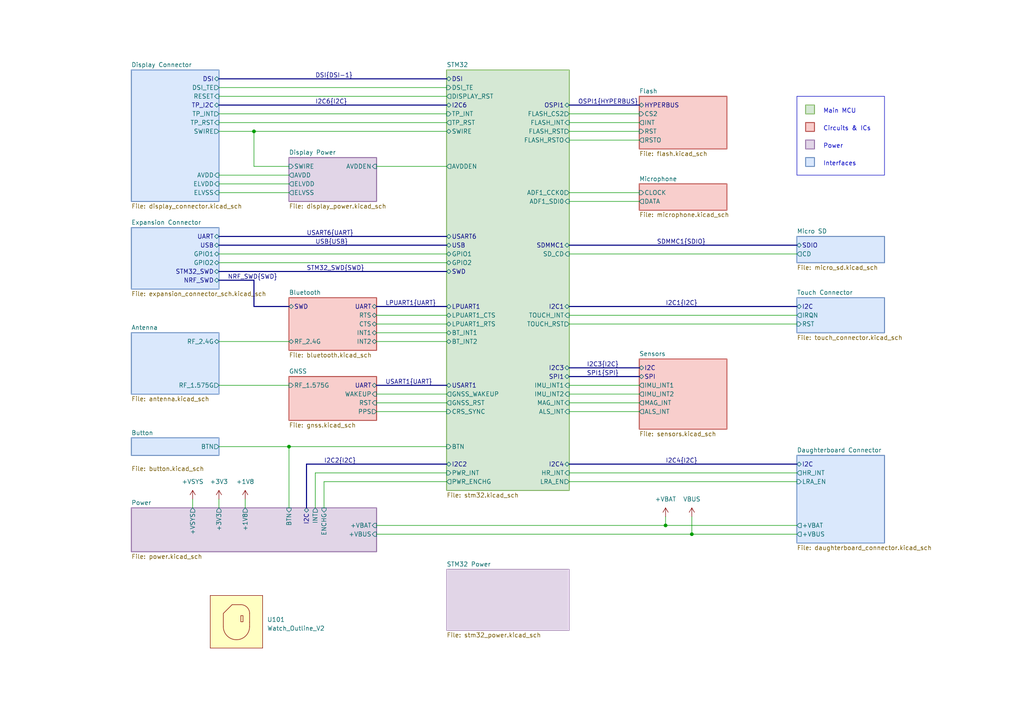
<source format=kicad_sch>
(kicad_sch (version 20230121) (generator eeschema)
  (paper "A4")
  (title_block (title "Watch Main Board") (rev "2"))
  (lib_symbols
    (symbol "power:+1V8" (power) (pin_names (offset 0))
      (property "Value" "+1V8" (at 0 3.556 0))
      (symbol "+1V8_0_1"
        (polyline (pts (xy -0.762 1.27) (xy 0 2.54)))
        (polyline (pts (xy 0 0) (xy 0 2.54)))
        (polyline (pts (xy 0 2.54) (xy 0.762 1.27)))
      )
      (symbol "+1V8_1_1"
        (pin power_in line (at 0 0 90) (length 0) hide (name "+1V8") (number "1"))
      )
    )
    (symbol "power:+3V3" (power) (pin_names (offset 0))
      (property "Value" "+3V3" (at 0 3.556 0))
      (symbol "+3V3_0_1"
        (polyline (pts (xy -0.762 1.27) (xy 0 2.54)))
        (polyline (pts (xy 0 0) (xy 0 2.54)))
        (polyline (pts (xy 0 2.54) (xy 0.762 1.27)))
      )
      (symbol "+3V3_1_1"
        (pin power_in line (at 0 0 90) (length 0) hide (name "+3V3") (number "1"))
      )
    )
    (symbol "power:VBUS" (power) (pin_names (offset 0))
      (property "Value" "VBUS" (at 0 3.81 0))
      (symbol "VBUS_0_1"
        (polyline (pts (xy -0.762 1.27) (xy 0 2.54)))
        (polyline (pts (xy 0 0) (xy 0 2.54)))
        (polyline (pts (xy 0 2.54) (xy 0.762 1.27)))
      )
      (symbol "VBUS_1_1"
        (pin power_in line (at 0 0 90) (length 0) hide (name "VBUS") (number "1"))
      )
    )
    (symbol "watch_symbols_lib:+VBAT" (power) (pin_names (offset 0))
      (property "Value" "+VBAT" (at 0 3.556 0))
      (symbol "+VBAT_0_1"
        (polyline (pts (xy -0.762 1.27) (xy 0 2.54)))
        (polyline (pts (xy 0 0) (xy 0 2.54)))
        (polyline (pts (xy 0 2.54) (xy 0.762 1.27)))
      )
      (symbol "+VBAT_1_1"
        (pin power_in line (at 0 0 90) (length 0) hide (name "+VBAT") (number "1"))
      )
    )
    (symbol "watch_symbols_lib:+VSYS" (power) (pin_names (offset 0))
      (property "Value" "+VSYS" (at 0 3.556 0))
      (symbol "+VSYS_0_1"
        (polyline (pts (xy -0.762 1.27) (xy 0 2.54)))
        (polyline (pts (xy 0 0) (xy 0 2.54)))
        (polyline (pts (xy 0 2.54) (xy 0.762 1.27)))
      )
      (symbol "+VSYS_1_1"
        (pin power_in line (at 0 0 90) (length 0) hide (name "+VSYS") (number "1"))
      )
    )
    (symbol "watch_symbols_lib:Watch_Outline_V2" (pin_numbers hide) (pin_names (offset 0) hide) (in_bom no)
      (property "Reference" "U" (at 0 12.7 0))
      (property "Value" "Watch_Outline_V2" (at 0 10.16 0))
      (symbol "Watch_Outline_V2_1_1"
        (rectangle (start -7.62 7.62) (end 7.62 -7.62) (fill (type background)))
        (arc (start -3.81 -1.397) (mid -2.6941 -4.0911) (end 0 -5.207))
        (arc (start 0 -5.207) (mid 2.6941 -4.0911) (end 3.81 -1.397))
        (polyline (pts (xy -1.27 4.953) (xy 1.27 4.953)))
        (polyline (pts (xy 3.81 -1.397) (xy 3.81 -0.127)))
        (polyline (pts (xy 3.81 2.413) (xy 3.81 -0.127)))
        (polyline (pts (xy -1.27 4.953) (xy -3.81 2.413) (xy -3.81 -1.397)))
        (rectangle (start 1.27 1.778) (end 1.905 0))
        (arc (start 3.818 2.421) (mid 3.0717 4.2147) (end 1.278 4.961))
      )
    )
  )
  (bus_alias "HYPERBUS" (members "CLKP" "CLKN" "DQS" "CS" "IO[0..7]"))
  (bus_alias "SWD" (members "SWDIO" "SWCLK"))
  (junction (at 193.04 152.4))
  (junction (at 83.82 129.54))
  (junction (at 200.66 154.94))
  (junction (at 73.66 38.1))
  (wire (pts (xy 165.1 55.88) (xy 185.42 55.88)))
  (bus (pts (xy 165.1 109.22) (xy 185.42 109.22)))
  (bus (pts (xy 88.9 134.62) (xy 129.54 134.62)))
  (wire (pts (xy 193.04 152.4) (xy 109.22 152.4)))
  (wire (pts (xy 109.22 119.38) (xy 129.54 119.38)))
  (bus (pts (xy 165.1 88.9) (xy 231.14 88.9)))
  (wire (pts (xy 165.1 35.56) (xy 185.42 35.56)))
  (wire (pts (xy 83.82 129.54) (xy 129.54 129.54)))
  (wire (pts (xy 165.1 119.38) (xy 185.42 119.38)))
  (wire (pts (xy 165.1 38.1) (xy 185.42 38.1)))
  (wire (pts (xy 63.5 35.56) (xy 129.54 35.56)))
  (wire (pts (xy 73.66 38.1) (xy 129.54 38.1)))
  (bus (pts (xy 63.5 22.86) (xy 129.54 22.86)))
  (bus (pts (xy 63.5 81.28) (xy 73.66 81.28)))
  (wire (pts (xy 165.1 33.02) (xy 185.42 33.02)))
  (bus (pts (xy 63.5 71.12) (xy 129.54 71.12)))
  (wire (pts (xy 109.22 93.98) (xy 129.54 93.98)))
  (wire (pts (xy 193.04 152.4) (xy 231.14 152.4)))
  (wire (pts (xy 55.88 144.78) (xy 55.88 147.32)))
  (wire (pts (xy 165.1 137.16) (xy 231.14 137.16)))
  (wire (pts (xy 63.5 111.76) (xy 83.82 111.76)))
  (wire (pts (xy 63.5 50.8) (xy 83.82 50.8)))
  (wire (pts (xy 63.5 38.1) (xy 73.66 38.1)))
  (wire (pts (xy 200.66 154.94) (xy 109.22 154.94)))
  (wire (pts (xy 91.44 147.32) (xy 91.44 137.16)))
  (wire (pts (xy 93.98 139.7) (xy 129.54 139.7)))
  (wire (pts (xy 109.22 91.44) (xy 129.54 91.44)))
  (wire (pts (xy 109.22 116.84) (xy 129.54 116.84)))
  (wire (pts (xy 63.5 53.34) (xy 83.82 53.34)))
  (wire (pts (xy 193.04 149.86) (xy 193.04 152.4)))
  (wire (pts (xy 73.66 48.26) (xy 73.66 38.1)))
  (wire (pts (xy 71.12 144.78) (xy 71.12 147.32)))
  (wire (pts (xy 165.1 116.84) (xy 185.42 116.84)))
  (wire (pts (xy 63.5 76.2) (xy 129.54 76.2)))
  (wire (pts (xy 109.22 114.3) (xy 129.54 114.3)))
  (wire (pts (xy 165.1 40.64) (xy 185.42 40.64)))
  (wire (pts (xy 63.5 33.02) (xy 129.54 33.02)))
  (bus (pts (xy 165.1 134.62) (xy 231.14 134.62)))
  (wire (pts (xy 63.5 99.06) (xy 83.82 99.06)))
  (wire (pts (xy 63.5 73.66) (xy 129.54 73.66)))
  (bus (pts (xy 63.5 78.74) (xy 129.54 78.74)))
  (wire (pts (xy 63.5 25.4) (xy 129.54 25.4)))
  (wire (pts (xy 165.1 114.3) (xy 185.42 114.3)))
  (wire (pts (xy 109.22 48.26) (xy 129.54 48.26)))
  (wire (pts (xy 165.1 73.66) (xy 231.14 73.66)))
  (bus (pts (xy 109.22 88.9) (xy 129.54 88.9)))
  (bus (pts (xy 109.22 111.76) (xy 129.54 111.76)))
  (bus (pts (xy 73.66 88.9) (xy 73.66 81.28)))
  (bus (pts (xy 88.9 134.62) (xy 88.9 147.32)))
  (wire (pts (xy 91.44 137.16) (xy 129.54 137.16)))
  (wire (pts (xy 165.1 58.42) (xy 185.42 58.42)))
  (wire (pts (xy 63.5 27.94) (xy 129.54 27.94)))
  (wire (pts (xy 63.5 144.78) (xy 63.5 147.32)))
  (wire (pts (xy 165.1 91.44) (xy 231.14 91.44)))
  (wire (pts (xy 83.82 48.26) (xy 73.66 48.26)))
  (wire (pts (xy 165.1 111.76) (xy 185.42 111.76)))
  (bus (pts (xy 63.5 68.58) (xy 129.54 68.58)))
  (wire (pts (xy 93.98 139.7) (xy 93.98 147.32)))
  (bus (pts (xy 165.1 30.48) (xy 185.42 30.48)))
  (wire (pts (xy 165.1 93.98) (xy 231.14 93.98)))
  (wire (pts (xy 200.66 154.94) (xy 231.14 154.94)))
  (bus (pts (xy 165.1 71.12) (xy 231.14 71.12)))
  (wire (pts (xy 165.1 139.7) (xy 231.14 139.7)))
  (wire (pts (xy 63.5 55.88) (xy 83.82 55.88)))
  (bus (pts (xy 63.5 30.48) (xy 129.54 30.48)))
  (wire (pts (xy 200.66 149.86) (xy 200.66 154.94)))
  (wire (pts (xy 63.5 129.54) (xy 83.82 129.54)))
  (bus (pts (xy 83.82 88.9) (xy 73.66 88.9)))
  (wire (pts (xy 109.22 99.06) (xy 129.54 99.06)))
  (wire (pts (xy 109.22 96.52) (xy 129.54 96.52)))
  (wire (pts (xy 83.82 129.54) (xy 83.82 147.32)))
  (bus (pts (xy 165.1 106.68) (xy 185.42 106.68)))
  (rectangle (start 233.68 40.64) (end 236.22 43.18) (stroke (width 0.3048) (color 150 115 166 1)) (fill (type color) (color 225 213 231 1)))
  (rectangle (start 233.68 35.56) (end 236.22 38.1) (stroke (width 0.3048) (color 184 84 80 1)) (fill (type color) (color 248 206 204 1)))
  (rectangle (start 231.14 27.94) (end 256.54 50.8))
  (rectangle (start 233.68 45.72) (end 236.22 48.26) (stroke (width 0.3048) (color 108 142 191 1)) (fill (type color) (color 218 232 252 1)))
  (rectangle (start 233.68 30.48) (end 236.22 33.02) (stroke (width 0.3048) (color 130 179 102 1)) (fill (type color) (color 213 232 212 1)))
  (text "Interfaces" (at 238.76 48.26 0) (effects (font (size 1.27 1.27)) (justify left bottom)))
  (text "Circuits & ICs" (at 238.76 38.1 0) (effects (font (size 1.27 1.27)) (justify left bottom)))
  (text "Power" (at 238.76 43.18 0) (effects (font (size 1.27 1.27)) (justify left bottom)))
  (text "Main MCU" (at 238.76 33.02 0) (effects (font (size 1.27 1.27)) (justify left bottom)))
  (label "SDMMC1{SDIO}" (at 190.5 71.12 0))
  (label "I2C6{I2C}" (at 91.44 30.48 0))
  (label "DSI{DSI-1}" (at 91.44 22.86 0))
  (label "OSPI1{HYPERBUS}" (at 167.64 30.48 0))
  (label "I2C3{I2C}" (at 170.18 106.68 0))
  (label "USART6{UART}" (at 88.9 68.58 0))
  (label "STM32_SWD{SWD}" (at 88.9 78.74 0))
  (label "SPI1{SPI}" (at 170.18 109.22 0))
  (label "NRF_SWD{SWD}" (at 66.04 81.28 0))
  (label "LPUART1{UART}" (at 111.76 88.9 0))
  (label "I2C4{I2C}" (at 193.04 134.62 0))
  (label "USB{USB}" (at 91.44 71.12 0))
  (label "I2C1{I2C}" (at 193.04 88.9 0))
  (label "USART1{UART}" (at 111.76 111.76 0))
  (label "I2C2{I2C}" (at 93.98 134.62 0))
  (symbol (lib_id "power:VBUS") (at 200.66 149.86 0) (unit 1)
    (property "Reference" "#PWR0109" (effects hide))
    (property "Value" "VBUS" (at 200.66 144.78 0))
  )
  (symbol (lib_id "power:+1V8") (at 71.12 144.78 0) (unit 1)
    (property "Reference" "#PWR0106" (effects hide))
    (property "Value" "+1V8" (at 71.12 139.7 0))
  )
  (symbol (lib_id "watch_symbols_lib:+VSYS") (at 55.88 144.78 0) (unit 1)
    (property "Reference" "#PWR0103" (effects hide))
    (property "Value" "+VSYS" (at 55.88 139.7 0))
  )
  (symbol (lib_id "watch_symbols_lib:Watch_Outline_V2") (at 68.58 180.34 0) (unit 1) (in_bom no)
    (property "Reference" "U101" (at 77.47 179.705 0) (effects (justify left)))
    (property "Value" "Watch_Outline_V2" (at 77.47 182.245 0) (effects (justify left)))
    (property "Footprint" "watch_footprints:Watch Outline V2" (effects hide))
    (property "Sim.Enable" "0" (effects hide))
  )
  (symbol (lib_id "power:+3V3") (at 63.5 144.78 0) (unit 1)
    (property "Reference" "#PWR0105" (effects hide))
    (property "Value" "+3V3" (at 63.5 139.7 0))
  )
  (symbol (lib_id "watch_symbols_lib:+VBAT") (at 193.04 149.86 0) (unit 1)
    (property "Reference" "#PWR0108" (effects hide))
    (property "Value" "+VBAT" (at 193.04 144.78 0))
  )
  (sheet (at 38.1 127) (size 25.4 5.08) (stroke (width 0.3048) (color 108 142 191 1)) (fill (color 218 232 252 1.0000))
    (property "Sheetname" "Button" (at 38.1 126.2884 0) (effects (justify left bottom)))
    (property "Sheetfile" "button.kicad_sch" (at 38.1 135.2046 0) (effects (justify left top)))
    (pin "BTN" output (at 63.5 129.54 0))
  )
  (sheet (at 185.42 27.94) (size 25.4 15.24) (stroke (width 0.3048) (color 184 84 80 1)) (fill (color 248 206 204 1.0000))
    (property "Sheetname" "Flash" (at 185.42 27.1522 0) (effects (justify left bottom)))
    (property "Sheetfile" "flash.kicad_sch" (at 185.42 43.8408 0) (effects (justify left top)))
    (pin "HYPERBUS" bidirectional (at 185.42 30.48 180))
    (pin "CS2" input (at 185.42 33.02 180))
    (pin "INT" output (at 185.42 35.56 180))
    (pin "RST" input (at 185.42 38.1 180))
    (pin "RSTO" output (at 185.42 40.64 180))
  )
  (sheet (at 38.1 66.04) (size 25.4 17.78) (stroke (width 0.3048) (color 108 142 191 1)) (fill (color 218 232 252 1.0000))
    (property "Sheetname" "Expansion Connector" (at 38.1 65.2522 0) (effects (justify left bottom)))
    (property "Sheetfile" "expansion_connector_sch.kicad_sch" (at 38.1 84.4808 0) (effects (justify left top)))
    (pin "STM32_SWD" bidirectional (at 63.5 78.74 0))
    (pin "NRF_SWD" bidirectional (at 63.5 81.28 0))
    (pin "USB" bidirectional (at 63.5 71.12 0))
    (pin "UART" bidirectional (at 63.5 68.58 0))
    (pin "GPIO1" bidirectional (at 63.5 73.66 0))
    (pin "GPIO2" bidirectional (at 63.5 76.2 0))
  )
  (sheet (at 83.82 45.72) (size 25.4 12.7) (stroke (width 0.3048) (color 150 115 166 1)) (fill (color 225 213 231 1.0000))
    (property "Sheetname" "Display Power" (at 83.82 44.9322 0) (effects (justify left bottom)))
    (property "Sheetfile" "display_power.kicad_sch" (at 83.82 59.0808 0) (effects (justify left top)))
    (pin "SWIRE" input (at 83.82 48.26 180))
    (pin "AVDDEN" input (at 109.22 48.26 0))
    (pin "AVDD" output (at 83.82 50.8 180))
    (pin "ELVDD" output (at 83.82 53.34 180))
    (pin "ELVSS" output (at 83.82 55.88 180))
  )
  (sheet (at 231.14 86.36) (size 25.4 10.16) (stroke (width 0.3048) (color 108 142 191 1)) (fill (color 218 232 252 1.0000))
    (property "Sheetname" "Touch Connector" (at 231.14 85.5722 0) (effects (justify left bottom)))
    (property "Sheetfile" "touch_connector.kicad_sch" (at 231.14 97.1808 0) (effects (justify left top)))
    (pin "I2C" bidirectional (at 231.14 88.9 180))
    (pin "IRQN" output (at 231.14 91.44 180))
    (pin "RST" input (at 231.14 93.98 180))
  )
  (sheet (at 129.54 165.1) (size 35.56 17.78) (stroke (width 0.1524) (color 150 115 166 1)) (fill (color 225 213 231 1.0000))
    (property "Sheetname" "STM32 Power" (at 129.54 164.3884 0) (effects (justify left bottom)))
    (property "Sheetfile" "stm32_power.kicad_sch" (at 129.54 183.4646 0) (effects (justify left top)))
  )
  (sheet (at 83.82 86.36) (size 25.4 15.24) (stroke (width 0.3048) (color 184 84 80 1)) (fill (color 248 206 204 1.0000))
    (property "Sheetname" "Bluetooth" (at 83.82 85.5722 0) (effects (justify left bottom)))
    (property "Sheetfile" "bluetooth.kicad_sch" (at 83.82 102.2608 0) (effects (justify left top)))
    (pin "UART" bidirectional (at 109.22 88.9 0))
    (pin "RF_2.4G" bidirectional (at 83.82 99.06 180))
    (pin "CTS" bidirectional (at 109.22 93.98 0))
    (pin "RTS" bidirectional (at 109.22 91.44 0))
    (pin "INT1" bidirectional (at 109.22 96.52 0))
    (pin "INT2" bidirectional (at 109.22 99.06 0))
    (pin "SWD" bidirectional (at 83.82 88.9 180))
  )
  (sheet (at 185.42 104.14) (size 25.4 20.32) (stroke (width 0.3048) (color 184 84 80 1)) (fill (color 248 206 204 1.0000))
    (property "Sheetname" "Sensors" (at 185.42 103.3522 0) (effects (justify left bottom)))
    (property "Sheetfile" "sensors.kicad_sch" (at 185.42 125.1208 0) (effects (justify left top)))
    (pin "IMU_INT1" output (at 185.42 111.76 180))
    (pin "IMU_INT2" output (at 185.42 114.3 180))
    (pin "MAG_INT" output (at 185.42 116.84 180))
    (pin "I2C" bidirectional (at 185.42 106.68 180))
    (pin "ALS_INT" output (at 185.42 119.38 180))
    (pin "SPI" bidirectional (at 185.42 109.22 180))
  )
  (sheet (at 83.82 109.22) (size 25.4 12.7) (stroke (width 0.3048) (color 184 84 80 1)) (fill (color 248 206 204 1.0000))
    (property "Sheetname" "GNSS" (at 83.82 108.4322 0) (effects (justify left bottom)))
    (property "Sheetfile" "gnss.kicad_sch" (at 83.82 122.5808 0) (effects (justify left top)))
    (pin "UART" bidirectional (at 109.22 111.76 0))
    (pin "WAKEUP" input (at 109.22 114.3 0))
    (pin "RST" input (at 109.22 116.84 0))
    (pin "PPS" output (at 109.22 119.38 0))
    (pin "RF_1.575G" input (at 83.82 111.76 180))
  )
  (sheet (at 129.54 20.32) (size 35.56 121.92) (stroke (width 0.3048) (color 130 179 102 1)) (fill (color 213 232 212 1.0000))
    (property "Sheetname" "STM32" (at 129.54 19.5322 0) (effects (justify left bottom)))
    (property "Sheetfile" "stm32.kicad_sch" (at 129.54 142.9008 0) (effects (justify left top)))
    (pin "DSI" bidirectional (at 129.54 22.86 180))
    (pin "LPUART1" bidirectional (at 129.54 88.9 180))
    (pin "OSPI1" bidirectional (at 165.1 30.48 0))
    (pin "SDMMC1" bidirectional (at 165.1 71.12 0))
    (pin "BTN" input (at 129.54 129.54 180))
    (pin "IMU_INT1" input (at 165.1 111.76 0))
    (pin "IMU_INT2" input (at 165.1 114.3 0))
    (pin "SD_CD" input (at 165.1 73.66 0))
    (pin "GNSS_WAKEUP" output (at 129.54 114.3 180))
    (pin "GNSS_RST" output (at 129.54 116.84 180))
    (pin "CRS_SYNC" input (at 129.54 119.38 180))
    (pin "DSI_TE" input (at 129.54 25.4 180))
    (pin "DISPLAY_RST" output (at 129.54 27.94 180))
    (pin "PWR_INT" input (at 129.54 137.16 180))
    (pin "FLASH_CS2" output (at 165.1 33.02 0))
    (pin "FLASH_RST" output (at 165.1 38.1 0))
    (pin "FLASH_INT" input (at 165.1 35.56 0))
    (pin "I2C1" bidirectional (at 165.1 88.9 0))
    (pin "TOUCH_RST" output (at 165.1 93.98 0))
    (pin "TOUCH_INT" input (at 165.1 91.44 0))
    (pin "I2C3" bidirectional (at 165.1 106.68 0))
    (pin "HR_INT" input (at 165.1 137.16 0))
    (pin "LPUART1_RTS" bidirectional (at 129.54 93.98 180))
    (pin "LPUART1_CTS" bidirectional (at 129.54 91.44 180))
    (pin "FLASH_RSTO" input (at 165.1 40.64 0))
    (pin "BT_INT1" bidirectional (at 129.54 96.52 180))
    (pin "BT_INT2" bidirectional (at 129.54 99.06 180))
    (pin "MAG_INT" input (at 165.1 116.84 0))
    (pin "ALS_INT" input (at 165.1 119.38 0))
    (pin "LRA_EN" output (at 165.1 139.7 0))
    (pin "ADF1_SDI0" input (at 165.1 58.42 0))
    (pin "ADF1_CCK0" output (at 165.1 55.88 0))
    (pin "PWR_ENCHG" output (at 129.54 139.7 180))
    (pin "USB" bidirectional (at 129.54 71.12 180))
    (pin "SWD" bidirectional (at 129.54 78.74 180))
    (pin "AVDDEN" output (at 129.54 48.26 180))
    (pin "SWIRE" bidirectional (at 129.54 38.1 180))
    (pin "I2C2" bidirectional (at 129.54 134.62 180))
    (pin "I2C4" bidirectional (at 165.1 134.62 0))
    (pin "USART1" bidirectional (at 129.54 111.76 180))
    (pin "SPI1" bidirectional (at 165.1 109.22 0))
    (pin "USART6" bidirectional (at 129.54 68.58 180))
    (pin "GPIO1" bidirectional (at 129.54 73.66 180))
    (pin "GPIO2" bidirectional (at 129.54 76.2 180))
    (pin "I2C6" bidirectional (at 129.54 30.48 180))
    (pin "TP_RST" output (at 129.54 35.56 180))
    (pin "TP_INT" input (at 129.54 33.02 180))
  )
  (sheet (at 38.1 147.32) (size 71.12 12.7) (stroke (width 0.3048) (color 150 115 166 1)) (fill (color 225 213 231 1.0000))
    (property "Sheetname" "Power" (at 38.1 146.5322 0) (effects (justify left bottom)))
    (property "Sheetfile" "power.kicad_sch" (at 38.1 160.6808 0) (effects (justify left top)))
    (pin "+1V8" output (at 71.12 147.32 90))
    (pin "BTN" input (at 83.82 147.32 90))
    (pin "+VBUS" input (at 109.22 154.94 0))
    (pin "+VSYS" output (at 55.88 147.32 90))
    (pin "+VBAT" input (at 109.22 152.4 0))
    (pin "I2C" bidirectional (at 88.9 147.32 90))
    (pin "+3V3" output (at 63.5 147.32 90))
    (pin "INT" output (at 91.44 147.32 90))
    (pin "ENCHG" input (at 93.98 147.32 90))
  )
  (sheet (at 185.42 53.34) (size 25.4 7.62) (stroke (width 0.3048) (color 184 84 80 1)) (fill (color 248 206 204 1.0000))
    (property "Sheetname" "Microphone" (at 185.42 52.6284 0) (effects (justify left bottom)))
    (property "Sheetfile" "microphone.kicad_sch" (at 185.42 61.5446 0) (effects (justify left top)))
    (pin "DATA" output (at 185.42 58.42 180))
    (pin "CLOCK" input (at 185.42 55.88 180))
  )
  (sheet (at 231.14 132.08) (size 25.4 25.4) (stroke (width 0.3048) (color 108 142 191 1)) (fill (color 218 232 252 1.0000))
    (property "Sheetname" "Daughterboard Connector" (at 231.14 131.2922 0) (effects (justify left bottom)))
    (property "Sheetfile" "daughterboard_connector.kicad_sch" (at 231.14 158.1408 0) (effects (justify left top)))
    (pin "+VBAT" output (at 231.14 152.4 180))
    (pin "+VBUS" output (at 231.14 154.94 180))
    (pin "I2C" bidirectional (at 231.14 134.62 180))
    (pin "HR_INT" output (at 231.14 137.16 180))
    (pin "LRA_EN" input (at 231.14 139.7 180))
  )
  (sheet (at 38.1 96.52) (size 25.4 17.78) (stroke (width 0.3048) (color 108 142 191 1)) (fill (color 218 232 252 1.0000))
    (property "Sheetname" "Antenna" (at 38.1 95.7322 0) (effects (justify left bottom)))
    (property "Sheetfile" "antenna.kicad_sch" (at 38.1 114.9608 0) (effects (justify left top)))
    (pin "RF_1.575G" output (at 63.5 111.76 0))
    (pin "RF_2.4G" bidirectional (at 63.5 99.06 0))
  )
  (sheet (at 231.14 68.58) (size 25.4 7.62) (stroke (width 0.3048) (color 108 142 191 1)) (fill (color 218 232 252 1.0000))
    (property "Sheetname" "Micro SD" (at 231.14 67.7922 0) (effects (justify left bottom)))
    (property "Sheetfile" "micro_sd.kicad_sch" (at 231.14 76.8608 0) (effects (justify left top)))
    (pin "SDIO" bidirectional (at 231.14 71.12 180))
    (pin "CD" output (at 231.14 73.66 180))
  )
  (sheet (at 38.1 20.32) (size 25.4 38.1) (stroke (width 0.3048) (color 108 142 191 1)) (fill (color 218 232 252 1.0000))
    (property "Sheetname" "Display Connector" (at 38.1 19.5322 0) (effects (justify left bottom)))
    (property "Sheetfile" "display_connector.kicad_sch" (at 38.1 59.0808 0) (effects (justify left top)))
    (pin "DSI" bidirectional (at 63.5 22.86 0))
    (pin "DSI_TE" output (at 63.5 25.4 0))
    (pin "RESET" input (at 63.5 27.94 0))
    (pin "SWIRE" output (at 63.5 38.1 0))
    (pin "AVDD" input (at 63.5 50.8 0))
    (pin "ELVDD" input (at 63.5 53.34 0))
    (pin "ELVSS" input (at 63.5 55.88 0))
    (pin "TP_INT" output (at 63.5 33.02 0))
    (pin "TP_RST" input (at 63.5 35.56 0))
    (pin "TP_I2C" bidirectional (at 63.5 30.48 0))
  )
)
</source>
